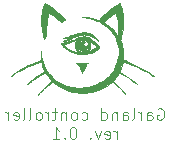
<source format=gbo>
G04 #@! TF.GenerationSoftware,KiCad,Pcbnew,8.0.3-8.0.3-0~ubuntu22.04.1*
G04 #@! TF.CreationDate,2025-02-10T22:12:33+01:00*
G04 #@! TF.ProjectId,garland_controller,6761726c-616e-4645-9f63-6f6e74726f6c,0.1*
G04 #@! TF.SameCoordinates,Original*
G04 #@! TF.FileFunction,Legend,Bot*
G04 #@! TF.FilePolarity,Positive*
%FSLAX46Y46*%
G04 Gerber Fmt 4.6, Leading zero omitted, Abs format (unit mm)*
G04 Created by KiCad (PCBNEW 8.0.3-8.0.3-0~ubuntu22.04.1) date 2025-02-10 22:12:33*
%MOMM*%
%LPD*%
G01*
G04 APERTURE LIST*
%ADD10C,0.100000*%
%ADD11C,0.010000*%
%ADD12R,1.700000X1.700000*%
%ADD13O,1.700000X1.700000*%
%ADD14C,2.100000*%
%ADD15C,0.650000*%
%ADD16O,2.100000X1.000000*%
%ADD17O,1.800000X1.000000*%
G04 APERTURE END LIST*
D10*
X131142859Y-69310094D02*
X131238097Y-69262475D01*
X131238097Y-69262475D02*
X131380954Y-69262475D01*
X131380954Y-69262475D02*
X131523811Y-69310094D01*
X131523811Y-69310094D02*
X131619049Y-69405332D01*
X131619049Y-69405332D02*
X131666668Y-69500570D01*
X131666668Y-69500570D02*
X131714287Y-69691046D01*
X131714287Y-69691046D02*
X131714287Y-69833903D01*
X131714287Y-69833903D02*
X131666668Y-70024379D01*
X131666668Y-70024379D02*
X131619049Y-70119617D01*
X131619049Y-70119617D02*
X131523811Y-70214856D01*
X131523811Y-70214856D02*
X131380954Y-70262475D01*
X131380954Y-70262475D02*
X131285716Y-70262475D01*
X131285716Y-70262475D02*
X131142859Y-70214856D01*
X131142859Y-70214856D02*
X131095240Y-70167236D01*
X131095240Y-70167236D02*
X131095240Y-69833903D01*
X131095240Y-69833903D02*
X131285716Y-69833903D01*
X130238097Y-70262475D02*
X130238097Y-69738665D01*
X130238097Y-69738665D02*
X130285716Y-69643427D01*
X130285716Y-69643427D02*
X130380954Y-69595808D01*
X130380954Y-69595808D02*
X130571430Y-69595808D01*
X130571430Y-69595808D02*
X130666668Y-69643427D01*
X130238097Y-70214856D02*
X130333335Y-70262475D01*
X130333335Y-70262475D02*
X130571430Y-70262475D01*
X130571430Y-70262475D02*
X130666668Y-70214856D01*
X130666668Y-70214856D02*
X130714287Y-70119617D01*
X130714287Y-70119617D02*
X130714287Y-70024379D01*
X130714287Y-70024379D02*
X130666668Y-69929141D01*
X130666668Y-69929141D02*
X130571430Y-69881522D01*
X130571430Y-69881522D02*
X130333335Y-69881522D01*
X130333335Y-69881522D02*
X130238097Y-69833903D01*
X129761906Y-70262475D02*
X129761906Y-69595808D01*
X129761906Y-69786284D02*
X129714287Y-69691046D01*
X129714287Y-69691046D02*
X129666668Y-69643427D01*
X129666668Y-69643427D02*
X129571430Y-69595808D01*
X129571430Y-69595808D02*
X129476192Y-69595808D01*
X129000001Y-70262475D02*
X129095239Y-70214856D01*
X129095239Y-70214856D02*
X129142858Y-70119617D01*
X129142858Y-70119617D02*
X129142858Y-69262475D01*
X128190477Y-70262475D02*
X128190477Y-69738665D01*
X128190477Y-69738665D02*
X128238096Y-69643427D01*
X128238096Y-69643427D02*
X128333334Y-69595808D01*
X128333334Y-69595808D02*
X128523810Y-69595808D01*
X128523810Y-69595808D02*
X128619048Y-69643427D01*
X128190477Y-70214856D02*
X128285715Y-70262475D01*
X128285715Y-70262475D02*
X128523810Y-70262475D01*
X128523810Y-70262475D02*
X128619048Y-70214856D01*
X128619048Y-70214856D02*
X128666667Y-70119617D01*
X128666667Y-70119617D02*
X128666667Y-70024379D01*
X128666667Y-70024379D02*
X128619048Y-69929141D01*
X128619048Y-69929141D02*
X128523810Y-69881522D01*
X128523810Y-69881522D02*
X128285715Y-69881522D01*
X128285715Y-69881522D02*
X128190477Y-69833903D01*
X127714286Y-69595808D02*
X127714286Y-70262475D01*
X127714286Y-69691046D02*
X127666667Y-69643427D01*
X127666667Y-69643427D02*
X127571429Y-69595808D01*
X127571429Y-69595808D02*
X127428572Y-69595808D01*
X127428572Y-69595808D02*
X127333334Y-69643427D01*
X127333334Y-69643427D02*
X127285715Y-69738665D01*
X127285715Y-69738665D02*
X127285715Y-70262475D01*
X126380953Y-70262475D02*
X126380953Y-69262475D01*
X126380953Y-70214856D02*
X126476191Y-70262475D01*
X126476191Y-70262475D02*
X126666667Y-70262475D01*
X126666667Y-70262475D02*
X126761905Y-70214856D01*
X126761905Y-70214856D02*
X126809524Y-70167236D01*
X126809524Y-70167236D02*
X126857143Y-70071998D01*
X126857143Y-70071998D02*
X126857143Y-69786284D01*
X126857143Y-69786284D02*
X126809524Y-69691046D01*
X126809524Y-69691046D02*
X126761905Y-69643427D01*
X126761905Y-69643427D02*
X126666667Y-69595808D01*
X126666667Y-69595808D02*
X126476191Y-69595808D01*
X126476191Y-69595808D02*
X126380953Y-69643427D01*
X124714286Y-70214856D02*
X124809524Y-70262475D01*
X124809524Y-70262475D02*
X125000000Y-70262475D01*
X125000000Y-70262475D02*
X125095238Y-70214856D01*
X125095238Y-70214856D02*
X125142857Y-70167236D01*
X125142857Y-70167236D02*
X125190476Y-70071998D01*
X125190476Y-70071998D02*
X125190476Y-69786284D01*
X125190476Y-69786284D02*
X125142857Y-69691046D01*
X125142857Y-69691046D02*
X125095238Y-69643427D01*
X125095238Y-69643427D02*
X125000000Y-69595808D01*
X125000000Y-69595808D02*
X124809524Y-69595808D01*
X124809524Y-69595808D02*
X124714286Y-69643427D01*
X124142857Y-70262475D02*
X124238095Y-70214856D01*
X124238095Y-70214856D02*
X124285714Y-70167236D01*
X124285714Y-70167236D02*
X124333333Y-70071998D01*
X124333333Y-70071998D02*
X124333333Y-69786284D01*
X124333333Y-69786284D02*
X124285714Y-69691046D01*
X124285714Y-69691046D02*
X124238095Y-69643427D01*
X124238095Y-69643427D02*
X124142857Y-69595808D01*
X124142857Y-69595808D02*
X124000000Y-69595808D01*
X124000000Y-69595808D02*
X123904762Y-69643427D01*
X123904762Y-69643427D02*
X123857143Y-69691046D01*
X123857143Y-69691046D02*
X123809524Y-69786284D01*
X123809524Y-69786284D02*
X123809524Y-70071998D01*
X123809524Y-70071998D02*
X123857143Y-70167236D01*
X123857143Y-70167236D02*
X123904762Y-70214856D01*
X123904762Y-70214856D02*
X124000000Y-70262475D01*
X124000000Y-70262475D02*
X124142857Y-70262475D01*
X123380952Y-69595808D02*
X123380952Y-70262475D01*
X123380952Y-69691046D02*
X123333333Y-69643427D01*
X123333333Y-69643427D02*
X123238095Y-69595808D01*
X123238095Y-69595808D02*
X123095238Y-69595808D01*
X123095238Y-69595808D02*
X123000000Y-69643427D01*
X123000000Y-69643427D02*
X122952381Y-69738665D01*
X122952381Y-69738665D02*
X122952381Y-70262475D01*
X122619047Y-69595808D02*
X122238095Y-69595808D01*
X122476190Y-69262475D02*
X122476190Y-70119617D01*
X122476190Y-70119617D02*
X122428571Y-70214856D01*
X122428571Y-70214856D02*
X122333333Y-70262475D01*
X122333333Y-70262475D02*
X122238095Y-70262475D01*
X121904761Y-70262475D02*
X121904761Y-69595808D01*
X121904761Y-69786284D02*
X121857142Y-69691046D01*
X121857142Y-69691046D02*
X121809523Y-69643427D01*
X121809523Y-69643427D02*
X121714285Y-69595808D01*
X121714285Y-69595808D02*
X121619047Y-69595808D01*
X121142856Y-70262475D02*
X121238094Y-70214856D01*
X121238094Y-70214856D02*
X121285713Y-70167236D01*
X121285713Y-70167236D02*
X121333332Y-70071998D01*
X121333332Y-70071998D02*
X121333332Y-69786284D01*
X121333332Y-69786284D02*
X121285713Y-69691046D01*
X121285713Y-69691046D02*
X121238094Y-69643427D01*
X121238094Y-69643427D02*
X121142856Y-69595808D01*
X121142856Y-69595808D02*
X120999999Y-69595808D01*
X120999999Y-69595808D02*
X120904761Y-69643427D01*
X120904761Y-69643427D02*
X120857142Y-69691046D01*
X120857142Y-69691046D02*
X120809523Y-69786284D01*
X120809523Y-69786284D02*
X120809523Y-70071998D01*
X120809523Y-70071998D02*
X120857142Y-70167236D01*
X120857142Y-70167236D02*
X120904761Y-70214856D01*
X120904761Y-70214856D02*
X120999999Y-70262475D01*
X120999999Y-70262475D02*
X121142856Y-70262475D01*
X120238094Y-70262475D02*
X120333332Y-70214856D01*
X120333332Y-70214856D02*
X120380951Y-70119617D01*
X120380951Y-70119617D02*
X120380951Y-69262475D01*
X119714284Y-70262475D02*
X119809522Y-70214856D01*
X119809522Y-70214856D02*
X119857141Y-70119617D01*
X119857141Y-70119617D02*
X119857141Y-69262475D01*
X118952379Y-70214856D02*
X119047617Y-70262475D01*
X119047617Y-70262475D02*
X119238093Y-70262475D01*
X119238093Y-70262475D02*
X119333331Y-70214856D01*
X119333331Y-70214856D02*
X119380950Y-70119617D01*
X119380950Y-70119617D02*
X119380950Y-69738665D01*
X119380950Y-69738665D02*
X119333331Y-69643427D01*
X119333331Y-69643427D02*
X119238093Y-69595808D01*
X119238093Y-69595808D02*
X119047617Y-69595808D01*
X119047617Y-69595808D02*
X118952379Y-69643427D01*
X118952379Y-69643427D02*
X118904760Y-69738665D01*
X118904760Y-69738665D02*
X118904760Y-69833903D01*
X118904760Y-69833903D02*
X119380950Y-69929141D01*
X118476188Y-70262475D02*
X118476188Y-69595808D01*
X118476188Y-69786284D02*
X118428569Y-69691046D01*
X118428569Y-69691046D02*
X118380950Y-69643427D01*
X118380950Y-69643427D02*
X118285712Y-69595808D01*
X118285712Y-69595808D02*
X118190474Y-69595808D01*
X127690475Y-71872419D02*
X127690475Y-71205752D01*
X127690475Y-71396228D02*
X127642856Y-71300990D01*
X127642856Y-71300990D02*
X127595237Y-71253371D01*
X127595237Y-71253371D02*
X127499999Y-71205752D01*
X127499999Y-71205752D02*
X127404761Y-71205752D01*
X126690475Y-71824800D02*
X126785713Y-71872419D01*
X126785713Y-71872419D02*
X126976189Y-71872419D01*
X126976189Y-71872419D02*
X127071427Y-71824800D01*
X127071427Y-71824800D02*
X127119046Y-71729561D01*
X127119046Y-71729561D02*
X127119046Y-71348609D01*
X127119046Y-71348609D02*
X127071427Y-71253371D01*
X127071427Y-71253371D02*
X126976189Y-71205752D01*
X126976189Y-71205752D02*
X126785713Y-71205752D01*
X126785713Y-71205752D02*
X126690475Y-71253371D01*
X126690475Y-71253371D02*
X126642856Y-71348609D01*
X126642856Y-71348609D02*
X126642856Y-71443847D01*
X126642856Y-71443847D02*
X127119046Y-71539085D01*
X126309522Y-71205752D02*
X126071427Y-71872419D01*
X126071427Y-71872419D02*
X125833332Y-71205752D01*
X125452379Y-71777180D02*
X125404760Y-71824800D01*
X125404760Y-71824800D02*
X125452379Y-71872419D01*
X125452379Y-71872419D02*
X125499998Y-71824800D01*
X125499998Y-71824800D02*
X125452379Y-71777180D01*
X125452379Y-71777180D02*
X125452379Y-71872419D01*
X124023808Y-70872419D02*
X123928570Y-70872419D01*
X123928570Y-70872419D02*
X123833332Y-70920038D01*
X123833332Y-70920038D02*
X123785713Y-70967657D01*
X123785713Y-70967657D02*
X123738094Y-71062895D01*
X123738094Y-71062895D02*
X123690475Y-71253371D01*
X123690475Y-71253371D02*
X123690475Y-71491466D01*
X123690475Y-71491466D02*
X123738094Y-71681942D01*
X123738094Y-71681942D02*
X123785713Y-71777180D01*
X123785713Y-71777180D02*
X123833332Y-71824800D01*
X123833332Y-71824800D02*
X123928570Y-71872419D01*
X123928570Y-71872419D02*
X124023808Y-71872419D01*
X124023808Y-71872419D02*
X124119046Y-71824800D01*
X124119046Y-71824800D02*
X124166665Y-71777180D01*
X124166665Y-71777180D02*
X124214284Y-71681942D01*
X124214284Y-71681942D02*
X124261903Y-71491466D01*
X124261903Y-71491466D02*
X124261903Y-71253371D01*
X124261903Y-71253371D02*
X124214284Y-71062895D01*
X124214284Y-71062895D02*
X124166665Y-70967657D01*
X124166665Y-70967657D02*
X124119046Y-70920038D01*
X124119046Y-70920038D02*
X124023808Y-70872419D01*
X123261903Y-71777180D02*
X123214284Y-71824800D01*
X123214284Y-71824800D02*
X123261903Y-71872419D01*
X123261903Y-71872419D02*
X123309522Y-71824800D01*
X123309522Y-71824800D02*
X123261903Y-71777180D01*
X123261903Y-71777180D02*
X123261903Y-71872419D01*
X122261904Y-71872419D02*
X122833332Y-71872419D01*
X122547618Y-71872419D02*
X122547618Y-70872419D01*
X122547618Y-70872419D02*
X122642856Y-71015276D01*
X122642856Y-71015276D02*
X122738094Y-71110514D01*
X122738094Y-71110514D02*
X122833332Y-71158133D01*
D11*
X124752452Y-65406366D02*
X124841869Y-65406494D01*
X124956880Y-65406772D01*
X125049983Y-65407231D01*
X125123276Y-65407965D01*
X125178860Y-65409064D01*
X125218832Y-65410620D01*
X125245293Y-65412726D01*
X125260341Y-65415473D01*
X125266076Y-65418953D01*
X125264596Y-65423258D01*
X125258000Y-65428480D01*
X125203434Y-65470488D01*
X125119240Y-65555436D01*
X125038282Y-65661123D01*
X124962246Y-65784704D01*
X124892817Y-65923336D01*
X124831679Y-66074174D01*
X124780519Y-66234375D01*
X124779643Y-66237503D01*
X124766941Y-66279235D01*
X124756071Y-66308844D01*
X124749303Y-66320100D01*
X124743479Y-66312107D01*
X124732347Y-66285641D01*
X124719241Y-66247075D01*
X124706770Y-66209200D01*
X124677027Y-66128045D01*
X124641175Y-66038281D01*
X124602657Y-65948115D01*
X124564918Y-65865752D01*
X124531400Y-65799400D01*
X124466228Y-65689083D01*
X124381719Y-65572508D01*
X124291668Y-65476539D01*
X124215153Y-65405700D01*
X124752452Y-65406366D01*
G36*
X124752452Y-65406366D02*
G01*
X124841869Y-65406494D01*
X124956880Y-65406772D01*
X125049983Y-65407231D01*
X125123276Y-65407965D01*
X125178860Y-65409064D01*
X125218832Y-65410620D01*
X125245293Y-65412726D01*
X125260341Y-65415473D01*
X125266076Y-65418953D01*
X125264596Y-65423258D01*
X125258000Y-65428480D01*
X125203434Y-65470488D01*
X125119240Y-65555436D01*
X125038282Y-65661123D01*
X124962246Y-65784704D01*
X124892817Y-65923336D01*
X124831679Y-66074174D01*
X124780519Y-66234375D01*
X124779643Y-66237503D01*
X124766941Y-66279235D01*
X124756071Y-66308844D01*
X124749303Y-66320100D01*
X124743479Y-66312107D01*
X124732347Y-66285641D01*
X124719241Y-66247075D01*
X124706770Y-66209200D01*
X124677027Y-66128045D01*
X124641175Y-66038281D01*
X124602657Y-65948115D01*
X124564918Y-65865752D01*
X124531400Y-65799400D01*
X124466228Y-65689083D01*
X124381719Y-65572508D01*
X124291668Y-65476539D01*
X124215153Y-65405700D01*
X124752452Y-65406366D01*
G37*
X124854654Y-63609889D02*
X124897644Y-63614403D01*
X124931836Y-63624000D01*
X124965900Y-63640335D01*
X124993506Y-63655805D01*
X125009645Y-63667136D01*
X125007286Y-63672695D01*
X124988616Y-63675904D01*
X124965304Y-63682395D01*
X124923679Y-63709820D01*
X124887677Y-63751889D01*
X124863856Y-63801976D01*
X124861345Y-63810585D01*
X124855015Y-63843495D01*
X124859133Y-63872107D01*
X124875056Y-63909432D01*
X124910990Y-63961960D01*
X124959812Y-63996654D01*
X125017161Y-64008700D01*
X125052072Y-64003098D01*
X125094835Y-63985024D01*
X125130596Y-63959529D01*
X125150251Y-63931869D01*
X125157258Y-63917588D01*
X125171549Y-63907100D01*
X125171972Y-63907118D01*
X125180151Y-63919355D01*
X125183277Y-63950264D01*
X125181946Y-63993982D01*
X125176750Y-64044647D01*
X125168284Y-64096396D01*
X125157143Y-64143366D01*
X125143920Y-64179695D01*
X125113797Y-64231420D01*
X125052245Y-64302522D01*
X124977910Y-64357304D01*
X124896050Y-64391275D01*
X124841299Y-64398364D01*
X124772830Y-64395845D01*
X124704096Y-64384384D01*
X124646580Y-64365183D01*
X124583057Y-64326295D01*
X124514434Y-64260725D01*
X124460249Y-64180150D01*
X124456472Y-64172825D01*
X124441200Y-64138395D01*
X124432264Y-64104189D01*
X124428071Y-64061683D01*
X124427027Y-64002350D01*
X124427065Y-63987727D01*
X124428639Y-63932838D01*
X124433706Y-63892850D01*
X124443890Y-63859165D01*
X124460810Y-63823185D01*
X124480222Y-63787875D01*
X124520760Y-63728912D01*
X124566795Y-63684116D01*
X124625125Y-63646165D01*
X124635500Y-63640497D01*
X124670760Y-63623644D01*
X124703973Y-63614040D01*
X124744274Y-63609740D01*
X124800800Y-63608802D01*
X124854654Y-63609889D01*
G36*
X124854654Y-63609889D02*
G01*
X124897644Y-63614403D01*
X124931836Y-63624000D01*
X124965900Y-63640335D01*
X124993506Y-63655805D01*
X125009645Y-63667136D01*
X125007286Y-63672695D01*
X124988616Y-63675904D01*
X124965304Y-63682395D01*
X124923679Y-63709820D01*
X124887677Y-63751889D01*
X124863856Y-63801976D01*
X124861345Y-63810585D01*
X124855015Y-63843495D01*
X124859133Y-63872107D01*
X124875056Y-63909432D01*
X124910990Y-63961960D01*
X124959812Y-63996654D01*
X125017161Y-64008700D01*
X125052072Y-64003098D01*
X125094835Y-63985024D01*
X125130596Y-63959529D01*
X125150251Y-63931869D01*
X125157258Y-63917588D01*
X125171549Y-63907100D01*
X125171972Y-63907118D01*
X125180151Y-63919355D01*
X125183277Y-63950264D01*
X125181946Y-63993982D01*
X125176750Y-64044647D01*
X125168284Y-64096396D01*
X125157143Y-64143366D01*
X125143920Y-64179695D01*
X125113797Y-64231420D01*
X125052245Y-64302522D01*
X124977910Y-64357304D01*
X124896050Y-64391275D01*
X124841299Y-64398364D01*
X124772830Y-64395845D01*
X124704096Y-64384384D01*
X124646580Y-64365183D01*
X124583057Y-64326295D01*
X124514434Y-64260725D01*
X124460249Y-64180150D01*
X124456472Y-64172825D01*
X124441200Y-64138395D01*
X124432264Y-64104189D01*
X124428071Y-64061683D01*
X124427027Y-64002350D01*
X124427065Y-63987727D01*
X124428639Y-63932838D01*
X124433706Y-63892850D01*
X124443890Y-63859165D01*
X124460810Y-63823185D01*
X124480222Y-63787875D01*
X124520760Y-63728912D01*
X124566795Y-63684116D01*
X124625125Y-63646165D01*
X124635500Y-63640497D01*
X124670760Y-63623644D01*
X124703973Y-63614040D01*
X124744274Y-63609740D01*
X124800800Y-63608802D01*
X124854654Y-63609889D01*
G37*
X124972933Y-62838370D02*
X125087880Y-62844530D01*
X125189338Y-62859216D01*
X125285610Y-62883932D01*
X125385000Y-62920179D01*
X125393777Y-62923822D01*
X125536443Y-62995487D01*
X125679471Y-63089989D01*
X125820140Y-63205114D01*
X125955724Y-63338644D01*
X126083500Y-63488365D01*
X126127950Y-63545146D01*
X126058100Y-63495120D01*
X125929590Y-63404270D01*
X125814180Y-63325680D01*
X125712335Y-63260270D01*
X125621050Y-63206470D01*
X125537321Y-63162714D01*
X125458143Y-63127435D01*
X125380510Y-63099063D01*
X125301419Y-63076033D01*
X125217864Y-63056776D01*
X125210773Y-63055329D01*
X125076620Y-63034003D01*
X124943548Y-63025111D01*
X124809040Y-63029196D01*
X124670579Y-63046805D01*
X124525647Y-63078480D01*
X124371726Y-63124767D01*
X124206298Y-63186210D01*
X124026846Y-63263354D01*
X123830852Y-63356743D01*
X123814147Y-63365012D01*
X123699492Y-63420775D01*
X123602499Y-63465737D01*
X123519242Y-63501399D01*
X123445796Y-63529268D01*
X123378232Y-63550845D01*
X123312626Y-63567637D01*
X123245050Y-63581146D01*
X123227735Y-63582639D01*
X123190959Y-63580604D01*
X123155744Y-63574197D01*
X123134001Y-63565135D01*
X123137323Y-63560368D01*
X123159601Y-63548721D01*
X123198115Y-63532888D01*
X123248301Y-63514877D01*
X123289093Y-63500481D01*
X123367040Y-63470132D01*
X123443462Y-63437164D01*
X123512700Y-63404194D01*
X123569098Y-63373845D01*
X123607000Y-63348735D01*
X123638750Y-63323096D01*
X123594300Y-63332523D01*
X123586110Y-63333855D01*
X123549498Y-63337043D01*
X123495591Y-63339612D01*
X123430254Y-63341326D01*
X123359350Y-63341950D01*
X123351737Y-63341946D01*
X123275019Y-63341307D01*
X123218937Y-63339285D01*
X123179118Y-63335477D01*
X123151188Y-63329480D01*
X123130771Y-63320892D01*
X123092691Y-63299834D01*
X123143471Y-63291091D01*
X123187854Y-63282922D01*
X123288887Y-63261003D01*
X123403720Y-63231892D01*
X123534267Y-63195037D01*
X123682442Y-63149886D01*
X123850157Y-63095887D01*
X124039327Y-63032486D01*
X124061166Y-63025068D01*
X124212895Y-62974854D01*
X124345287Y-62933838D01*
X124461858Y-62901255D01*
X124566123Y-62876335D01*
X124661598Y-62858313D01*
X124751797Y-62846420D01*
X124840236Y-62839889D01*
X124930430Y-62837952D01*
X124972933Y-62838370D01*
G36*
X124972933Y-62838370D02*
G01*
X125087880Y-62844530D01*
X125189338Y-62859216D01*
X125285610Y-62883932D01*
X125385000Y-62920179D01*
X125393777Y-62923822D01*
X125536443Y-62995487D01*
X125679471Y-63089989D01*
X125820140Y-63205114D01*
X125955724Y-63338644D01*
X126083500Y-63488365D01*
X126127950Y-63545146D01*
X126058100Y-63495120D01*
X125929590Y-63404270D01*
X125814180Y-63325680D01*
X125712335Y-63260270D01*
X125621050Y-63206470D01*
X125537321Y-63162714D01*
X125458143Y-63127435D01*
X125380510Y-63099063D01*
X125301419Y-63076033D01*
X125217864Y-63056776D01*
X125210773Y-63055329D01*
X125076620Y-63034003D01*
X124943548Y-63025111D01*
X124809040Y-63029196D01*
X124670579Y-63046805D01*
X124525647Y-63078480D01*
X124371726Y-63124767D01*
X124206298Y-63186210D01*
X124026846Y-63263354D01*
X123830852Y-63356743D01*
X123814147Y-63365012D01*
X123699492Y-63420775D01*
X123602499Y-63465737D01*
X123519242Y-63501399D01*
X123445796Y-63529268D01*
X123378232Y-63550845D01*
X123312626Y-63567637D01*
X123245050Y-63581146D01*
X123227735Y-63582639D01*
X123190959Y-63580604D01*
X123155744Y-63574197D01*
X123134001Y-63565135D01*
X123137323Y-63560368D01*
X123159601Y-63548721D01*
X123198115Y-63532888D01*
X123248301Y-63514877D01*
X123289093Y-63500481D01*
X123367040Y-63470132D01*
X123443462Y-63437164D01*
X123512700Y-63404194D01*
X123569098Y-63373845D01*
X123607000Y-63348735D01*
X123638750Y-63323096D01*
X123594300Y-63332523D01*
X123586110Y-63333855D01*
X123549498Y-63337043D01*
X123495591Y-63339612D01*
X123430254Y-63341326D01*
X123359350Y-63341950D01*
X123351737Y-63341946D01*
X123275019Y-63341307D01*
X123218937Y-63339285D01*
X123179118Y-63335477D01*
X123151188Y-63329480D01*
X123130771Y-63320892D01*
X123092691Y-63299834D01*
X123143471Y-63291091D01*
X123187854Y-63282922D01*
X123288887Y-63261003D01*
X123403720Y-63231892D01*
X123534267Y-63195037D01*
X123682442Y-63149886D01*
X123850157Y-63095887D01*
X124039327Y-63032486D01*
X124061166Y-63025068D01*
X124212895Y-62974854D01*
X124345287Y-62933838D01*
X124461858Y-62901255D01*
X124566123Y-62876335D01*
X124661598Y-62858313D01*
X124751797Y-62846420D01*
X124840236Y-62839889D01*
X124930430Y-62837952D01*
X124972933Y-62838370D01*
G37*
X121594866Y-60389315D02*
X121618750Y-60396858D01*
X121659701Y-60414619D01*
X121713385Y-60440400D01*
X121775466Y-60472000D01*
X121841611Y-60507221D01*
X121907484Y-60543864D01*
X121968750Y-60579730D01*
X122091237Y-60656633D01*
X122279777Y-60787274D01*
X122466239Y-60932181D01*
X122654512Y-61094440D01*
X122848487Y-61277133D01*
X122896993Y-61325025D01*
X122968325Y-61396805D01*
X123038499Y-61468855D01*
X123105103Y-61538585D01*
X123165721Y-61603405D01*
X123217940Y-61660722D01*
X123259345Y-61707948D01*
X123287522Y-61742490D01*
X123300058Y-61761758D01*
X123295006Y-61772473D01*
X123273633Y-61784990D01*
X123272828Y-61785299D01*
X123248490Y-61795370D01*
X123206926Y-61813237D01*
X123153750Y-61836466D01*
X123094576Y-61862623D01*
X122946150Y-61928610D01*
X122854300Y-61847293D01*
X122824467Y-61821202D01*
X122748400Y-61756970D01*
X122665018Y-61689255D01*
X122576585Y-61619669D01*
X122485362Y-61549825D01*
X122393612Y-61481335D01*
X122303598Y-61415812D01*
X122217581Y-61354869D01*
X122137823Y-61300117D01*
X122066588Y-61253171D01*
X122006138Y-61215642D01*
X121958734Y-61189143D01*
X121926639Y-61175287D01*
X121912115Y-61175686D01*
X121911346Y-61177111D01*
X121903637Y-61200376D01*
X121892462Y-61243956D01*
X121878657Y-61303740D01*
X121863061Y-61375618D01*
X121846509Y-61455478D01*
X121829840Y-61539211D01*
X121813890Y-61622705D01*
X121799497Y-61701850D01*
X121787498Y-61772535D01*
X121778729Y-61830650D01*
X121771697Y-61883219D01*
X121758642Y-61988417D01*
X121748065Y-62087512D01*
X121739598Y-62185754D01*
X121732872Y-62288393D01*
X121727519Y-62400681D01*
X121723170Y-62527866D01*
X121719457Y-62675200D01*
X121711457Y-63037150D01*
X121669878Y-63107000D01*
X121667107Y-63111690D01*
X121639833Y-63160159D01*
X121608665Y-63218556D01*
X121579815Y-63275275D01*
X121570431Y-63294010D01*
X121548766Y-63334783D01*
X121531898Y-63363096D01*
X121522862Y-63373700D01*
X121521472Y-63372550D01*
X121513362Y-63354143D01*
X121500661Y-63316452D01*
X121484552Y-63263578D01*
X121466222Y-63199620D01*
X121446855Y-63128677D01*
X121427635Y-63054851D01*
X121409747Y-62982239D01*
X121361746Y-62758265D01*
X121313938Y-62457548D01*
X121285352Y-62159673D01*
X121275901Y-61866704D01*
X121285497Y-61580704D01*
X121314054Y-61303736D01*
X121361484Y-61037864D01*
X121427701Y-60785150D01*
X121512616Y-60547658D01*
X121518979Y-60532358D01*
X121543654Y-60476221D01*
X121565714Y-60430762D01*
X121582957Y-60400312D01*
X121593181Y-60389200D01*
X121594866Y-60389315D01*
G36*
X121594866Y-60389315D02*
G01*
X121618750Y-60396858D01*
X121659701Y-60414619D01*
X121713385Y-60440400D01*
X121775466Y-60472000D01*
X121841611Y-60507221D01*
X121907484Y-60543864D01*
X121968750Y-60579730D01*
X122091237Y-60656633D01*
X122279777Y-60787274D01*
X122466239Y-60932181D01*
X122654512Y-61094440D01*
X122848487Y-61277133D01*
X122896993Y-61325025D01*
X122968325Y-61396805D01*
X123038499Y-61468855D01*
X123105103Y-61538585D01*
X123165721Y-61603405D01*
X123217940Y-61660722D01*
X123259345Y-61707948D01*
X123287522Y-61742490D01*
X123300058Y-61761758D01*
X123295006Y-61772473D01*
X123273633Y-61784990D01*
X123272828Y-61785299D01*
X123248490Y-61795370D01*
X123206926Y-61813237D01*
X123153750Y-61836466D01*
X123094576Y-61862623D01*
X122946150Y-61928610D01*
X122854300Y-61847293D01*
X122824467Y-61821202D01*
X122748400Y-61756970D01*
X122665018Y-61689255D01*
X122576585Y-61619669D01*
X122485362Y-61549825D01*
X122393612Y-61481335D01*
X122303598Y-61415812D01*
X122217581Y-61354869D01*
X122137823Y-61300117D01*
X122066588Y-61253171D01*
X122006138Y-61215642D01*
X121958734Y-61189143D01*
X121926639Y-61175287D01*
X121912115Y-61175686D01*
X121911346Y-61177111D01*
X121903637Y-61200376D01*
X121892462Y-61243956D01*
X121878657Y-61303740D01*
X121863061Y-61375618D01*
X121846509Y-61455478D01*
X121829840Y-61539211D01*
X121813890Y-61622705D01*
X121799497Y-61701850D01*
X121787498Y-61772535D01*
X121778729Y-61830650D01*
X121771697Y-61883219D01*
X121758642Y-61988417D01*
X121748065Y-62087512D01*
X121739598Y-62185754D01*
X121732872Y-62288393D01*
X121727519Y-62400681D01*
X121723170Y-62527866D01*
X121719457Y-62675200D01*
X121711457Y-63037150D01*
X121669878Y-63107000D01*
X121667107Y-63111690D01*
X121639833Y-63160159D01*
X121608665Y-63218556D01*
X121579815Y-63275275D01*
X121570431Y-63294010D01*
X121548766Y-63334783D01*
X121531898Y-63363096D01*
X121522862Y-63373700D01*
X121521472Y-63372550D01*
X121513362Y-63354143D01*
X121500661Y-63316452D01*
X121484552Y-63263578D01*
X121466222Y-63199620D01*
X121446855Y-63128677D01*
X121427635Y-63054851D01*
X121409747Y-62982239D01*
X121361746Y-62758265D01*
X121313938Y-62457548D01*
X121285352Y-62159673D01*
X121275901Y-61866704D01*
X121285497Y-61580704D01*
X121314054Y-61303736D01*
X121361484Y-61037864D01*
X121427701Y-60785150D01*
X121512616Y-60547658D01*
X121518979Y-60532358D01*
X121543654Y-60476221D01*
X121565714Y-60430762D01*
X121582957Y-60400312D01*
X121593181Y-60389200D01*
X121594866Y-60389315D01*
G37*
X126197800Y-64058606D02*
X126193478Y-64068630D01*
X126176245Y-64094788D01*
X126149847Y-64130406D01*
X126118587Y-64169925D01*
X126086768Y-64207780D01*
X126058694Y-64238411D01*
X125945049Y-64338648D01*
X125806059Y-64432226D01*
X125649693Y-64512685D01*
X125549490Y-64551424D01*
X125478877Y-64578724D01*
X125296537Y-64629040D01*
X125105600Y-64662332D01*
X124876946Y-64680027D01*
X124633035Y-64675807D01*
X124390101Y-64648581D01*
X124151544Y-64598901D01*
X123920766Y-64527318D01*
X123701168Y-64434384D01*
X123603377Y-64384142D01*
X123452865Y-64293167D01*
X123316344Y-64191038D01*
X123186762Y-64072798D01*
X123174221Y-64060189D01*
X123122214Y-64005585D01*
X123071805Y-63949346D01*
X123025656Y-63894802D01*
X122997921Y-63859790D01*
X123160754Y-63859790D01*
X123209252Y-63910369D01*
X123252670Y-63954380D01*
X123412741Y-64097598D01*
X123584838Y-64224551D01*
X123765784Y-64333471D01*
X123952404Y-64422590D01*
X124141523Y-64490138D01*
X124329963Y-64534349D01*
X124384754Y-64543520D01*
X124434738Y-64551010D01*
X124464275Y-64553660D01*
X124475895Y-64551424D01*
X124472130Y-64544257D01*
X124455508Y-64532115D01*
X124422743Y-64508056D01*
X124361128Y-64452466D01*
X124301670Y-64387411D01*
X124252664Y-64321508D01*
X124232355Y-64287833D01*
X124182019Y-64174350D01*
X124152710Y-64053524D01*
X124151890Y-64041628D01*
X124318577Y-64041628D01*
X124335768Y-64145075D01*
X124372523Y-64241235D01*
X124427699Y-64327306D01*
X124500156Y-64400488D01*
X124588751Y-64457983D01*
X124692344Y-64496989D01*
X124727029Y-64504989D01*
X124773098Y-64512804D01*
X124806644Y-64515239D01*
X124823615Y-64514295D01*
X124927970Y-64494737D01*
X125023484Y-64453853D01*
X125025295Y-64452579D01*
X125259548Y-64452579D01*
X125263092Y-64451979D01*
X125295242Y-64441932D01*
X125344103Y-64422271D01*
X125404964Y-64395257D01*
X125473119Y-64363155D01*
X125543859Y-64328226D01*
X125612476Y-64292734D01*
X125674260Y-64258943D01*
X125724505Y-64229113D01*
X125766942Y-64201553D01*
X125819444Y-64165841D01*
X125871353Y-64129119D01*
X125918564Y-64094413D01*
X125956974Y-64064749D01*
X125982479Y-64043154D01*
X125990974Y-64032652D01*
X125990196Y-64031531D01*
X125975651Y-64018009D01*
X125945740Y-63992710D01*
X125904233Y-63958774D01*
X125854900Y-63919340D01*
X125843362Y-63910198D01*
X125794994Y-63871595D01*
X125754914Y-63839165D01*
X125727019Y-63816081D01*
X125715200Y-63805517D01*
X125706484Y-63797172D01*
X125680469Y-63775116D01*
X125641710Y-63743443D01*
X125594388Y-63705461D01*
X125542682Y-63664478D01*
X125490773Y-63623803D01*
X125442841Y-63586746D01*
X125403065Y-63556615D01*
X125375627Y-63536719D01*
X125318371Y-63497326D01*
X125363571Y-63578388D01*
X125384296Y-63616384D01*
X125414868Y-63679118D01*
X125435163Y-63735445D01*
X125447132Y-63793286D01*
X125452726Y-63860564D01*
X125453895Y-63945200D01*
X125453295Y-64000090D01*
X125452090Y-64029692D01*
X125450932Y-64058144D01*
X125446051Y-64102097D01*
X125437841Y-64138475D01*
X125425492Y-64173800D01*
X125425140Y-64174682D01*
X125386425Y-64258146D01*
X125338434Y-64341333D01*
X125288270Y-64411925D01*
X125279643Y-64422732D01*
X125263649Y-64444295D01*
X125259548Y-64452579D01*
X125025295Y-64452579D01*
X125107867Y-64394505D01*
X125178826Y-64319554D01*
X125234072Y-64231861D01*
X125271311Y-64134286D01*
X125288254Y-64029692D01*
X125282608Y-63920939D01*
X125255411Y-63817706D01*
X125208576Y-63722938D01*
X125145609Y-63642196D01*
X125069384Y-63577058D01*
X124982780Y-63529105D01*
X124888673Y-63499917D01*
X124789940Y-63491072D01*
X124689458Y-63504151D01*
X124590104Y-63540732D01*
X124583524Y-63544136D01*
X124526089Y-63581993D01*
X124468339Y-63632088D01*
X124418116Y-63686907D01*
X124383265Y-63738932D01*
X124347452Y-63824067D01*
X124322091Y-63933692D01*
X124318577Y-64041628D01*
X124151890Y-64041628D01*
X124144150Y-63929318D01*
X124156061Y-63805698D01*
X124188164Y-63686628D01*
X124240182Y-63576073D01*
X124311836Y-63477998D01*
X124340533Y-63445124D01*
X124361138Y-63419678D01*
X124369000Y-63407385D01*
X124368983Y-63407269D01*
X124357154Y-63409748D01*
X124325196Y-63422038D01*
X124275760Y-63442968D01*
X124211496Y-63471366D01*
X124135056Y-63506062D01*
X124049091Y-63545885D01*
X123956250Y-63589665D01*
X123924475Y-63604763D01*
X123839276Y-63644986D01*
X123771031Y-63676592D01*
X123715287Y-63701475D01*
X123667593Y-63721526D01*
X123623497Y-63738639D01*
X123578550Y-63754705D01*
X123528298Y-63771618D01*
X123498898Y-63780976D01*
X123423204Y-63802831D01*
X123345654Y-63822741D01*
X123279102Y-63837317D01*
X123160754Y-63859790D01*
X122997921Y-63859790D01*
X122986429Y-63845283D01*
X122956785Y-63804119D01*
X122939385Y-63774640D01*
X122936891Y-63760176D01*
X122937717Y-63759687D01*
X122955828Y-63754938D01*
X122993286Y-63747440D01*
X123045204Y-63738120D01*
X123106698Y-63727907D01*
X123159337Y-63719173D01*
X123276064Y-63697214D01*
X123388724Y-63671831D01*
X123501101Y-63641811D01*
X123616980Y-63605937D01*
X123740145Y-63562993D01*
X123874381Y-63511766D01*
X124023471Y-63451039D01*
X124191200Y-63379596D01*
X124258556Y-63350646D01*
X124359583Y-63308426D01*
X124444262Y-63275043D01*
X124516710Y-63249056D01*
X124581045Y-63229026D01*
X124641386Y-63213514D01*
X124701849Y-63201079D01*
X124708663Y-63199851D01*
X124841199Y-63185859D01*
X124972959Y-63191484D01*
X125105753Y-63217341D01*
X125241390Y-63264049D01*
X125381679Y-63332221D01*
X125528430Y-63422476D01*
X125683450Y-63535428D01*
X125683744Y-63535657D01*
X125766199Y-63602199D01*
X125847883Y-63672291D01*
X125926412Y-63743507D01*
X125999402Y-63813423D01*
X126064467Y-63879613D01*
X126119224Y-63939651D01*
X126161288Y-63991113D01*
X126188275Y-64031573D01*
X126188656Y-64032652D01*
X126197800Y-64058606D01*
G36*
X126197800Y-64058606D02*
G01*
X126193478Y-64068630D01*
X126176245Y-64094788D01*
X126149847Y-64130406D01*
X126118587Y-64169925D01*
X126086768Y-64207780D01*
X126058694Y-64238411D01*
X125945049Y-64338648D01*
X125806059Y-64432226D01*
X125649693Y-64512685D01*
X125549490Y-64551424D01*
X125478877Y-64578724D01*
X125296537Y-64629040D01*
X125105600Y-64662332D01*
X124876946Y-64680027D01*
X124633035Y-64675807D01*
X124390101Y-64648581D01*
X124151544Y-64598901D01*
X123920766Y-64527318D01*
X123701168Y-64434384D01*
X123603377Y-64384142D01*
X123452865Y-64293167D01*
X123316344Y-64191038D01*
X123186762Y-64072798D01*
X123174221Y-64060189D01*
X123122214Y-64005585D01*
X123071805Y-63949346D01*
X123025656Y-63894802D01*
X122997921Y-63859790D01*
X123160754Y-63859790D01*
X123209252Y-63910369D01*
X123252670Y-63954380D01*
X123412741Y-64097598D01*
X123584838Y-64224551D01*
X123765784Y-64333471D01*
X123952404Y-64422590D01*
X124141523Y-64490138D01*
X124329963Y-64534349D01*
X124384754Y-64543520D01*
X124434738Y-64551010D01*
X124464275Y-64553660D01*
X124475895Y-64551424D01*
X124472130Y-64544257D01*
X124455508Y-64532115D01*
X124422743Y-64508056D01*
X124361128Y-64452466D01*
X124301670Y-64387411D01*
X124252664Y-64321508D01*
X124232355Y-64287833D01*
X124182019Y-64174350D01*
X124152710Y-64053524D01*
X124151890Y-64041628D01*
X124318577Y-64041628D01*
X124335768Y-64145075D01*
X124372523Y-64241235D01*
X124427699Y-64327306D01*
X124500156Y-64400488D01*
X124588751Y-64457983D01*
X124692344Y-64496989D01*
X124727029Y-64504989D01*
X124773098Y-64512804D01*
X124806644Y-64515239D01*
X124823615Y-64514295D01*
X124927970Y-64494737D01*
X125023484Y-64453853D01*
X125025295Y-64452579D01*
X125259548Y-64452579D01*
X125263092Y-64451979D01*
X125295242Y-64441932D01*
X125344103Y-64422271D01*
X125404964Y-64395257D01*
X125473119Y-64363155D01*
X125543859Y-64328226D01*
X125612476Y-64292734D01*
X125674260Y-64258943D01*
X125724505Y-64229113D01*
X125766942Y-64201553D01*
X125819444Y-64165841D01*
X125871353Y-64129119D01*
X125918564Y-64094413D01*
X125956974Y-64064749D01*
X125982479Y-64043154D01*
X125990974Y-64032652D01*
X125990196Y-64031531D01*
X125975651Y-64018009D01*
X125945740Y-63992710D01*
X125904233Y-63958774D01*
X125854900Y-63919340D01*
X125843362Y-63910198D01*
X125794994Y-63871595D01*
X125754914Y-63839165D01*
X125727019Y-63816081D01*
X125715200Y-63805517D01*
X125706484Y-63797172D01*
X125680469Y-63775116D01*
X125641710Y-63743443D01*
X125594388Y-63705461D01*
X125542682Y-63664478D01*
X125490773Y-63623803D01*
X125442841Y-63586746D01*
X125403065Y-63556615D01*
X125375627Y-63536719D01*
X125318371Y-63497326D01*
X125363571Y-63578388D01*
X125384296Y-63616384D01*
X125414868Y-63679118D01*
X125435163Y-63735445D01*
X125447132Y-63793286D01*
X125452726Y-63860564D01*
X125453895Y-63945200D01*
X125453295Y-64000090D01*
X125452090Y-64029692D01*
X125450932Y-64058144D01*
X125446051Y-64102097D01*
X125437841Y-64138475D01*
X125425492Y-64173800D01*
X125425140Y-64174682D01*
X125386425Y-64258146D01*
X125338434Y-64341333D01*
X125288270Y-64411925D01*
X125279643Y-64422732D01*
X125263649Y-64444295D01*
X125259548Y-64452579D01*
X125025295Y-64452579D01*
X125107867Y-64394505D01*
X125178826Y-64319554D01*
X125234072Y-64231861D01*
X125271311Y-64134286D01*
X125288254Y-64029692D01*
X125282608Y-63920939D01*
X125255411Y-63817706D01*
X125208576Y-63722938D01*
X125145609Y-63642196D01*
X125069384Y-63577058D01*
X124982780Y-63529105D01*
X124888673Y-63499917D01*
X124789940Y-63491072D01*
X124689458Y-63504151D01*
X124590104Y-63540732D01*
X124583524Y-63544136D01*
X124526089Y-63581993D01*
X124468339Y-63632088D01*
X124418116Y-63686907D01*
X124383265Y-63738932D01*
X124347452Y-63824067D01*
X124322091Y-63933692D01*
X124318577Y-64041628D01*
X124151890Y-64041628D01*
X124144150Y-63929318D01*
X124156061Y-63805698D01*
X124188164Y-63686628D01*
X124240182Y-63576073D01*
X124311836Y-63477998D01*
X124340533Y-63445124D01*
X124361138Y-63419678D01*
X124369000Y-63407385D01*
X124368983Y-63407269D01*
X124357154Y-63409748D01*
X124325196Y-63422038D01*
X124275760Y-63442968D01*
X124211496Y-63471366D01*
X124135056Y-63506062D01*
X124049091Y-63545885D01*
X123956250Y-63589665D01*
X123924475Y-63604763D01*
X123839276Y-63644986D01*
X123771031Y-63676592D01*
X123715287Y-63701475D01*
X123667593Y-63721526D01*
X123623497Y-63738639D01*
X123578550Y-63754705D01*
X123528298Y-63771618D01*
X123498898Y-63780976D01*
X123423204Y-63802831D01*
X123345654Y-63822741D01*
X123279102Y-63837317D01*
X123160754Y-63859790D01*
X122997921Y-63859790D01*
X122986429Y-63845283D01*
X122956785Y-63804119D01*
X122939385Y-63774640D01*
X122936891Y-63760176D01*
X122937717Y-63759687D01*
X122955828Y-63754938D01*
X122993286Y-63747440D01*
X123045204Y-63738120D01*
X123106698Y-63727907D01*
X123159337Y-63719173D01*
X123276064Y-63697214D01*
X123388724Y-63671831D01*
X123501101Y-63641811D01*
X123616980Y-63605937D01*
X123740145Y-63562993D01*
X123874381Y-63511766D01*
X124023471Y-63451039D01*
X124191200Y-63379596D01*
X124258556Y-63350646D01*
X124359583Y-63308426D01*
X124444262Y-63275043D01*
X124516710Y-63249056D01*
X124581045Y-63229026D01*
X124641386Y-63213514D01*
X124701849Y-63201079D01*
X124708663Y-63199851D01*
X124841199Y-63185859D01*
X124972959Y-63191484D01*
X125105753Y-63217341D01*
X125241390Y-63264049D01*
X125381679Y-63332221D01*
X125528430Y-63422476D01*
X125683450Y-63535428D01*
X125683744Y-63535657D01*
X125766199Y-63602199D01*
X125847883Y-63672291D01*
X125926412Y-63743507D01*
X125999402Y-63813423D01*
X126064467Y-63879613D01*
X126119224Y-63939651D01*
X126161288Y-63991113D01*
X126188275Y-64031573D01*
X126188656Y-64032652D01*
X126197800Y-64058606D01*
G37*
X128082704Y-63091625D02*
X128012504Y-63334833D01*
X128002648Y-63366871D01*
X127989089Y-63417744D01*
X127980968Y-63457967D01*
X127979774Y-63480883D01*
X127984328Y-63495467D01*
X127997440Y-63531037D01*
X128016397Y-63579277D01*
X128038833Y-63634050D01*
X128106119Y-63814402D01*
X128165571Y-64014447D01*
X128213388Y-64222706D01*
X128214001Y-64225834D01*
X128224337Y-64280266D01*
X128232315Y-64328104D01*
X128238249Y-64373918D01*
X128242449Y-64422278D01*
X128245228Y-64477756D01*
X128246896Y-64544922D01*
X128247765Y-64628346D01*
X128248148Y-64732600D01*
X128248044Y-64814377D01*
X128247304Y-64902429D01*
X128245988Y-64981160D01*
X128244185Y-65046550D01*
X128241986Y-65094580D01*
X128239478Y-65121230D01*
X128230106Y-65173311D01*
X128360128Y-65221052D01*
X128510870Y-65278266D01*
X128836047Y-65413545D01*
X129167688Y-65566824D01*
X129501099Y-65735672D01*
X129831584Y-65917655D01*
X130154450Y-66110343D01*
X130465000Y-66311304D01*
X130488486Y-66327208D01*
X130552814Y-66371311D01*
X130616580Y-66415718D01*
X130676382Y-66457992D01*
X130728818Y-66495695D01*
X130770484Y-66526389D01*
X130797979Y-66547635D01*
X130807900Y-66556996D01*
X130807693Y-66558587D01*
X130804959Y-66559361D01*
X130796513Y-66555710D01*
X130779215Y-66545788D01*
X130749924Y-66527749D01*
X130705500Y-66499745D01*
X130642800Y-66459929D01*
X130410179Y-66315230D01*
X130125015Y-66147485D01*
X129846332Y-65995029D01*
X129569028Y-65855203D01*
X129288001Y-65725349D01*
X128998150Y-65602808D01*
X128922000Y-65572623D01*
X128831293Y-65537958D01*
X128736674Y-65502929D01*
X128641218Y-65468578D01*
X128547998Y-65435948D01*
X128460085Y-65406080D01*
X128380554Y-65380018D01*
X128312477Y-65358804D01*
X128258926Y-65343479D01*
X128222975Y-65335087D01*
X128207697Y-65334670D01*
X128207625Y-65334754D01*
X128202721Y-65348923D01*
X128193085Y-65382631D01*
X128180076Y-65430952D01*
X128165058Y-65488960D01*
X128121133Y-65643526D01*
X128054223Y-65830959D01*
X127970222Y-66022527D01*
X127903311Y-66163105D01*
X128076081Y-66261529D01*
X128245946Y-66361277D01*
X128500657Y-66521737D01*
X128748934Y-66690931D01*
X128984569Y-66864572D01*
X129201350Y-67038372D01*
X129215099Y-67049934D01*
X129293260Y-67116219D01*
X129353803Y-67168581D01*
X129396497Y-67206719D01*
X129421110Y-67230337D01*
X129427410Y-67239135D01*
X129415165Y-67232815D01*
X129384145Y-67211080D01*
X129334117Y-67173630D01*
X129264850Y-67120167D01*
X129009628Y-66929747D01*
X128729840Y-66738020D01*
X128445700Y-66559737D01*
X128442007Y-66557533D01*
X128383476Y-66523603D01*
X128314409Y-66485033D01*
X128238891Y-66443955D01*
X128161010Y-66402502D01*
X128084853Y-66362806D01*
X128014507Y-66326997D01*
X127954058Y-66297209D01*
X127907594Y-66275573D01*
X127879201Y-66264221D01*
X127868669Y-66262810D01*
X127854491Y-66268621D01*
X127837067Y-66286266D01*
X127813237Y-66319127D01*
X127779840Y-66370587D01*
X127682731Y-66513471D01*
X127552131Y-66681560D01*
X127414363Y-66835627D01*
X127302833Y-66951104D01*
X127413733Y-67038827D01*
X127543176Y-67144487D01*
X127772517Y-67347152D01*
X127997432Y-67565036D01*
X128211703Y-67791999D01*
X128409111Y-68021900D01*
X128411634Y-68025032D01*
X128418578Y-68035639D01*
X128409595Y-68029582D01*
X128386171Y-68008263D01*
X128349798Y-67973082D01*
X128301962Y-67925439D01*
X128244152Y-67866735D01*
X128133757Y-67755585D01*
X127924565Y-67555552D01*
X127722852Y-67376939D01*
X127529391Y-67220418D01*
X127344955Y-67086659D01*
X127241160Y-67016089D01*
X127099141Y-67132068D01*
X126923016Y-67267215D01*
X126671610Y-67432641D01*
X126407581Y-67576040D01*
X126130980Y-67697389D01*
X125841857Y-67796667D01*
X125540263Y-67873851D01*
X125226250Y-67928922D01*
X125223471Y-67929300D01*
X125126018Y-67939476D01*
X125010286Y-67946711D01*
X124882489Y-67951008D01*
X124748844Y-67952369D01*
X124615567Y-67950798D01*
X124488873Y-67946296D01*
X124374979Y-67938867D01*
X124280100Y-67928513D01*
X124244704Y-67923366D01*
X123938612Y-67867543D01*
X123649078Y-67793448D01*
X123374417Y-67700361D01*
X123112940Y-67587565D01*
X122862962Y-67454340D01*
X122622795Y-67299968D01*
X122390753Y-67123731D01*
X122260356Y-67016803D01*
X122214033Y-67045432D01*
X122214014Y-67045443D01*
X122178482Y-67069164D01*
X122127433Y-67105588D01*
X122065126Y-67151485D01*
X121995820Y-67203623D01*
X121923771Y-67258770D01*
X121853237Y-67313694D01*
X121788478Y-67365165D01*
X121733750Y-67409949D01*
X121718882Y-67422711D01*
X121674405Y-67462889D01*
X121616885Y-67516755D01*
X121549553Y-67581200D01*
X121475640Y-67653117D01*
X121398379Y-67729397D01*
X121321000Y-67806931D01*
X121270156Y-67858220D01*
X121202751Y-67925999D01*
X121142600Y-67986234D01*
X121091821Y-68036818D01*
X121052530Y-68075643D01*
X121026846Y-68100602D01*
X121016884Y-68109589D01*
X121016946Y-68108050D01*
X121027755Y-68093890D01*
X121049382Y-68069525D01*
X121054270Y-68064175D01*
X121089007Y-68023827D01*
X121120814Y-67983800D01*
X121122935Y-67980976D01*
X121178492Y-67911965D01*
X121250330Y-67829999D01*
X121335312Y-67738178D01*
X121430304Y-67639603D01*
X121532168Y-67537375D01*
X121637769Y-67434597D01*
X121743969Y-67334369D01*
X121847633Y-67239793D01*
X121945625Y-67153970D01*
X122034807Y-67080000D01*
X122196164Y-66950872D01*
X122091113Y-66840481D01*
X122025882Y-66770088D01*
X121867937Y-66580883D01*
X121730976Y-66386572D01*
X121727887Y-66381775D01*
X121692340Y-66327746D01*
X121666697Y-66292139D01*
X121648097Y-66271781D01*
X121633675Y-66263493D01*
X121620568Y-66264101D01*
X121602473Y-66271405D01*
X121564933Y-66288765D01*
X121513734Y-66313528D01*
X121453548Y-66343337D01*
X121389046Y-66375836D01*
X121324899Y-66408671D01*
X121265778Y-66439484D01*
X121216355Y-66465921D01*
X121181300Y-66485626D01*
X121178631Y-66487205D01*
X121140954Y-66509573D01*
X121091096Y-66539278D01*
X121034724Y-66572931D01*
X120977506Y-66607144D01*
X120925109Y-66638529D01*
X120883202Y-66663695D01*
X120857450Y-66679256D01*
X120840560Y-66690081D01*
X120825700Y-66701100D01*
X120823608Y-66702761D01*
X120804804Y-66715911D01*
X120770155Y-66739376D01*
X120723658Y-66770463D01*
X120669309Y-66806479D01*
X120616742Y-66842024D01*
X120544675Y-66892337D01*
X120464769Y-66949378D01*
X120383504Y-67008519D01*
X120307359Y-67065129D01*
X120274544Y-67089841D01*
X120201750Y-67144572D01*
X120147006Y-67185509D01*
X120108713Y-67213762D01*
X120085277Y-67230443D01*
X120075099Y-67236661D01*
X120076583Y-67233527D01*
X120088133Y-67222151D01*
X120108150Y-67203644D01*
X120173710Y-67144877D01*
X120340012Y-67004504D01*
X120523145Y-66860427D01*
X120718195Y-66716119D01*
X120920250Y-66575054D01*
X121124397Y-66440705D01*
X121325724Y-66316544D01*
X121519317Y-66206045D01*
X121596983Y-66163715D01*
X121529926Y-66022832D01*
X121475395Y-65902394D01*
X121395216Y-65694077D01*
X121333532Y-65485483D01*
X121318877Y-65428467D01*
X121306132Y-65380784D01*
X121296762Y-65347801D01*
X121292130Y-65334496D01*
X121287284Y-65334456D01*
X121261798Y-65340156D01*
X121217801Y-65352355D01*
X121158855Y-65369955D01*
X121088517Y-65391860D01*
X121010348Y-65416970D01*
X120927906Y-65444190D01*
X120844750Y-65472422D01*
X120739409Y-65509850D01*
X120477769Y-65611569D01*
X120205090Y-65729059D01*
X119925640Y-65860194D01*
X119643684Y-66002849D01*
X119363490Y-66154896D01*
X119089323Y-66314210D01*
X118825450Y-66478666D01*
X118781954Y-66506742D01*
X118740405Y-66533317D01*
X118714096Y-66549588D01*
X118699576Y-66557579D01*
X118693394Y-66559310D01*
X118692100Y-66556803D01*
X118696750Y-66551526D01*
X118719398Y-66533310D01*
X118758189Y-66504558D01*
X118810124Y-66467366D01*
X118872205Y-66423833D01*
X118941432Y-66376053D01*
X119014806Y-66326126D01*
X119089329Y-66276148D01*
X119162000Y-66228215D01*
X119256216Y-66167453D01*
X119560616Y-65981000D01*
X119873910Y-65803285D01*
X120191390Y-65636711D01*
X120508347Y-65483682D01*
X120820075Y-65346600D01*
X121121865Y-65227868D01*
X121157627Y-65214600D01*
X121208652Y-65194813D01*
X121241168Y-65180155D01*
X121258767Y-65168557D01*
X121265046Y-65157949D01*
X121263596Y-65146262D01*
X121263452Y-65145789D01*
X121259755Y-65120712D01*
X121256482Y-65074785D01*
X121253686Y-65012395D01*
X121251420Y-64937926D01*
X121249740Y-64855766D01*
X121248699Y-64770298D01*
X121248352Y-64685909D01*
X121248751Y-64606984D01*
X121249952Y-64537909D01*
X121252009Y-64483069D01*
X121254974Y-64446850D01*
X121255147Y-64445571D01*
X121260137Y-64409491D01*
X121263532Y-64389911D01*
X121265705Y-64388609D01*
X121267025Y-64407367D01*
X121267865Y-64447963D01*
X121268594Y-64512179D01*
X121269812Y-64572538D01*
X121290239Y-64844501D01*
X121334661Y-65109168D01*
X121402559Y-65365646D01*
X121493411Y-65613043D01*
X121606697Y-65850467D01*
X121741898Y-66077026D01*
X121898493Y-66291826D01*
X122075961Y-66493978D01*
X122273783Y-66682587D01*
X122491438Y-66856762D01*
X122728406Y-67015610D01*
X122953525Y-67141830D01*
X123217572Y-67262877D01*
X123490970Y-67361043D01*
X123772361Y-67436092D01*
X124060386Y-67487787D01*
X124353686Y-67515890D01*
X124650903Y-67520164D01*
X124950677Y-67500372D01*
X125251650Y-67456276D01*
X125254662Y-67455711D01*
X125525494Y-67393123D01*
X125787901Y-67309368D01*
X126040566Y-67205580D01*
X126282168Y-67082893D01*
X126511391Y-66942441D01*
X126726913Y-66785358D01*
X126927418Y-66612779D01*
X127111586Y-66425836D01*
X127278098Y-66225665D01*
X127425636Y-66013399D01*
X127552881Y-65790173D01*
X127658514Y-65557120D01*
X127741216Y-65315374D01*
X127742652Y-65310378D01*
X127805642Y-65046921D01*
X127843280Y-64785028D01*
X127855566Y-64524691D01*
X127842500Y-64265899D01*
X127804080Y-64008643D01*
X127740307Y-63752913D01*
X127651180Y-63498699D01*
X127615492Y-63414184D01*
X127499868Y-63183706D01*
X127361881Y-62962602D01*
X127202973Y-62752387D01*
X127024589Y-62554577D01*
X126828173Y-62370686D01*
X126615166Y-62202230D01*
X126387014Y-62050724D01*
X126253092Y-61977056D01*
X126528000Y-61977056D01*
X126528394Y-61978238D01*
X126542360Y-61990508D01*
X126572305Y-62010200D01*
X126612740Y-62033647D01*
X126693570Y-62080895D01*
X126793998Y-62145151D01*
X126898966Y-62217157D01*
X127001132Y-62291859D01*
X127093150Y-62364204D01*
X127098132Y-62368312D01*
X127214310Y-62470268D01*
X127333377Y-62585480D01*
X127450446Y-62708609D01*
X127560630Y-62834312D01*
X127659042Y-62957248D01*
X127740795Y-63072075D01*
X127741816Y-63073624D01*
X127766227Y-63109690D01*
X127784751Y-63135337D01*
X127793449Y-63145100D01*
X127793737Y-63144894D01*
X127795681Y-63129772D01*
X127797080Y-63093124D01*
X127797967Y-63038377D01*
X127798371Y-62968960D01*
X127798325Y-62888301D01*
X127797858Y-62799829D01*
X127797001Y-62706972D01*
X127795786Y-62613159D01*
X127794242Y-62521819D01*
X127792401Y-62436379D01*
X127790294Y-62360269D01*
X127787952Y-62296916D01*
X127785404Y-62249750D01*
X127777610Y-62148490D01*
X127749798Y-61888042D01*
X127710762Y-61636517D01*
X127658927Y-61383118D01*
X127657039Y-61374798D01*
X127639544Y-61295698D01*
X127625995Y-61238838D01*
X127613190Y-61202343D01*
X127597925Y-61184337D01*
X127577000Y-61182942D01*
X127547211Y-61196283D01*
X127505357Y-61222484D01*
X127448236Y-61259669D01*
X127382830Y-61302234D01*
X127306518Y-61353302D01*
X127232736Y-61403920D01*
X127171016Y-61447626D01*
X127121707Y-61483336D01*
X127075388Y-61516764D01*
X127039307Y-61542679D01*
X127018616Y-61557371D01*
X126989832Y-61578424D01*
X126944544Y-61613646D01*
X126890669Y-61657074D01*
X126831354Y-61706017D01*
X126769744Y-61757786D01*
X126708983Y-61809689D01*
X126652216Y-61859036D01*
X126602590Y-61903136D01*
X126563248Y-61939300D01*
X126537337Y-61964837D01*
X126528000Y-61977056D01*
X126253092Y-61977056D01*
X126145159Y-61917684D01*
X126011294Y-61854064D01*
X125803331Y-61767588D01*
X125594889Y-61696993D01*
X125380175Y-61640620D01*
X125153394Y-61596811D01*
X124908750Y-61563908D01*
X124743650Y-61545814D01*
X124915100Y-61551299D01*
X125012371Y-61555968D01*
X125272852Y-61582711D01*
X125539763Y-61629749D01*
X125808158Y-61696101D01*
X126073086Y-61780786D01*
X126170621Y-61815663D01*
X126206436Y-61772469D01*
X126288865Y-61675307D01*
X126477561Y-61467771D01*
X126676223Y-61268053D01*
X126881232Y-61079402D01*
X127088971Y-60905068D01*
X127295820Y-60748301D01*
X127498162Y-60612349D01*
X127500916Y-60610629D01*
X127557217Y-60576685D01*
X127620923Y-60540135D01*
X127687840Y-60503175D01*
X127753775Y-60468006D01*
X127814535Y-60436826D01*
X127865925Y-60411832D01*
X127903753Y-60395224D01*
X127923825Y-60389200D01*
X127930729Y-60392079D01*
X127947137Y-60412777D01*
X127968885Y-60454409D01*
X127996544Y-60518132D01*
X128030686Y-60605100D01*
X128063989Y-60698309D01*
X128119885Y-60882733D01*
X128166999Y-61075940D01*
X128203104Y-61268286D01*
X128225971Y-61450129D01*
X128228042Y-61476061D01*
X128232614Y-61562614D01*
X128235439Y-61665634D01*
X128236590Y-61779889D01*
X128236140Y-61900150D01*
X128234165Y-62021188D01*
X128230737Y-62137771D01*
X128225929Y-62244671D01*
X128219817Y-62336657D01*
X128212472Y-62408500D01*
X128192976Y-62545223D01*
X128143059Y-62827507D01*
X128110734Y-62968960D01*
X128082704Y-63091625D01*
G36*
X128082704Y-63091625D02*
G01*
X128012504Y-63334833D01*
X128002648Y-63366871D01*
X127989089Y-63417744D01*
X127980968Y-63457967D01*
X127979774Y-63480883D01*
X127984328Y-63495467D01*
X127997440Y-63531037D01*
X128016397Y-63579277D01*
X128038833Y-63634050D01*
X128106119Y-63814402D01*
X128165571Y-64014447D01*
X128213388Y-64222706D01*
X128214001Y-64225834D01*
X128224337Y-64280266D01*
X128232315Y-64328104D01*
X128238249Y-64373918D01*
X128242449Y-64422278D01*
X128245228Y-64477756D01*
X128246896Y-64544922D01*
X128247765Y-64628346D01*
X128248148Y-64732600D01*
X128248044Y-64814377D01*
X128247304Y-64902429D01*
X128245988Y-64981160D01*
X128244185Y-65046550D01*
X128241986Y-65094580D01*
X128239478Y-65121230D01*
X128230106Y-65173311D01*
X128360128Y-65221052D01*
X128510870Y-65278266D01*
X128836047Y-65413545D01*
X129167688Y-65566824D01*
X129501099Y-65735672D01*
X129831584Y-65917655D01*
X130154450Y-66110343D01*
X130465000Y-66311304D01*
X130488486Y-66327208D01*
X130552814Y-66371311D01*
X130616580Y-66415718D01*
X130676382Y-66457992D01*
X130728818Y-66495695D01*
X130770484Y-66526389D01*
X130797979Y-66547635D01*
X130807900Y-66556996D01*
X130807693Y-66558587D01*
X130804959Y-66559361D01*
X130796513Y-66555710D01*
X130779215Y-66545788D01*
X130749924Y-66527749D01*
X130705500Y-66499745D01*
X130642800Y-66459929D01*
X130410179Y-66315230D01*
X130125015Y-66147485D01*
X129846332Y-65995029D01*
X129569028Y-65855203D01*
X129288001Y-65725349D01*
X128998150Y-65602808D01*
X128922000Y-65572623D01*
X128831293Y-65537958D01*
X128736674Y-65502929D01*
X128641218Y-65468578D01*
X128547998Y-65435948D01*
X128460085Y-65406080D01*
X128380554Y-65380018D01*
X128312477Y-65358804D01*
X128258926Y-65343479D01*
X128222975Y-65335087D01*
X128207697Y-65334670D01*
X128207625Y-65334754D01*
X128202721Y-65348923D01*
X128193085Y-65382631D01*
X128180076Y-65430952D01*
X128165058Y-65488960D01*
X128121133Y-65643526D01*
X128054223Y-65830959D01*
X127970222Y-66022527D01*
X127903311Y-66163105D01*
X128076081Y-66261529D01*
X128245946Y-66361277D01*
X128500657Y-66521737D01*
X128748934Y-66690931D01*
X128984569Y-66864572D01*
X129201350Y-67038372D01*
X129215099Y-67049934D01*
X129293260Y-67116219D01*
X129353803Y-67168581D01*
X129396497Y-67206719D01*
X129421110Y-67230337D01*
X129427410Y-67239135D01*
X129415165Y-67232815D01*
X129384145Y-67211080D01*
X129334117Y-67173630D01*
X129264850Y-67120167D01*
X129009628Y-66929747D01*
X128729840Y-66738020D01*
X128445700Y-66559737D01*
X128442007Y-66557533D01*
X128383476Y-66523603D01*
X128314409Y-66485033D01*
X128238891Y-66443955D01*
X128161010Y-66402502D01*
X128084853Y-66362806D01*
X128014507Y-66326997D01*
X127954058Y-66297209D01*
X127907594Y-66275573D01*
X127879201Y-66264221D01*
X127868669Y-66262810D01*
X127854491Y-66268621D01*
X127837067Y-66286266D01*
X127813237Y-66319127D01*
X127779840Y-66370587D01*
X127682731Y-66513471D01*
X127552131Y-66681560D01*
X127414363Y-66835627D01*
X127302833Y-66951104D01*
X127413733Y-67038827D01*
X127543176Y-67144487D01*
X127772517Y-67347152D01*
X127997432Y-67565036D01*
X128211703Y-67791999D01*
X128409111Y-68021900D01*
X128411634Y-68025032D01*
X128418578Y-68035639D01*
X128409595Y-68029582D01*
X128386171Y-68008263D01*
X128349798Y-67973082D01*
X128301962Y-67925439D01*
X128244152Y-67866735D01*
X128133757Y-67755585D01*
X127924565Y-67555552D01*
X127722852Y-67376939D01*
X127529391Y-67220418D01*
X127344955Y-67086659D01*
X127241160Y-67016089D01*
X127099141Y-67132068D01*
X126923016Y-67267215D01*
X126671610Y-67432641D01*
X126407581Y-67576040D01*
X126130980Y-67697389D01*
X125841857Y-67796667D01*
X125540263Y-67873851D01*
X125226250Y-67928922D01*
X125223471Y-67929300D01*
X125126018Y-67939476D01*
X125010286Y-67946711D01*
X124882489Y-67951008D01*
X124748844Y-67952369D01*
X124615567Y-67950798D01*
X124488873Y-67946296D01*
X124374979Y-67938867D01*
X124280100Y-67928513D01*
X124244704Y-67923366D01*
X123938612Y-67867543D01*
X123649078Y-67793448D01*
X123374417Y-67700361D01*
X123112940Y-67587565D01*
X122862962Y-67454340D01*
X122622795Y-67299968D01*
X122390753Y-67123731D01*
X122260356Y-67016803D01*
X122214033Y-67045432D01*
X122214014Y-67045443D01*
X122178482Y-67069164D01*
X122127433Y-67105588D01*
X122065126Y-67151485D01*
X121995820Y-67203623D01*
X121923771Y-67258770D01*
X121853237Y-67313694D01*
X121788478Y-67365165D01*
X121733750Y-67409949D01*
X121718882Y-67422711D01*
X121674405Y-67462889D01*
X121616885Y-67516755D01*
X121549553Y-67581200D01*
X121475640Y-67653117D01*
X121398379Y-67729397D01*
X121321000Y-67806931D01*
X121270156Y-67858220D01*
X121202751Y-67925999D01*
X121142600Y-67986234D01*
X121091821Y-68036818D01*
X121052530Y-68075643D01*
X121026846Y-68100602D01*
X121016884Y-68109589D01*
X121016946Y-68108050D01*
X121027755Y-68093890D01*
X121049382Y-68069525D01*
X121054270Y-68064175D01*
X121089007Y-68023827D01*
X121120814Y-67983800D01*
X121122935Y-67980976D01*
X121178492Y-67911965D01*
X121250330Y-67829999D01*
X121335312Y-67738178D01*
X121430304Y-67639603D01*
X121532168Y-67537375D01*
X121637769Y-67434597D01*
X121743969Y-67334369D01*
X121847633Y-67239793D01*
X121945625Y-67153970D01*
X122034807Y-67080000D01*
X122196164Y-66950872D01*
X122091113Y-66840481D01*
X122025882Y-66770088D01*
X121867937Y-66580883D01*
X121730976Y-66386572D01*
X121727887Y-66381775D01*
X121692340Y-66327746D01*
X121666697Y-66292139D01*
X121648097Y-66271781D01*
X121633675Y-66263493D01*
X121620568Y-66264101D01*
X121602473Y-66271405D01*
X121564933Y-66288765D01*
X121513734Y-66313528D01*
X121453548Y-66343337D01*
X121389046Y-66375836D01*
X121324899Y-66408671D01*
X121265778Y-66439484D01*
X121216355Y-66465921D01*
X121181300Y-66485626D01*
X121178631Y-66487205D01*
X121140954Y-66509573D01*
X121091096Y-66539278D01*
X121034724Y-66572931D01*
X120977506Y-66607144D01*
X120925109Y-66638529D01*
X120883202Y-66663695D01*
X120857450Y-66679256D01*
X120840560Y-66690081D01*
X120825700Y-66701100D01*
X120823608Y-66702761D01*
X120804804Y-66715911D01*
X120770155Y-66739376D01*
X120723658Y-66770463D01*
X120669309Y-66806479D01*
X120616742Y-66842024D01*
X120544675Y-66892337D01*
X120464769Y-66949378D01*
X120383504Y-67008519D01*
X120307359Y-67065129D01*
X120274544Y-67089841D01*
X120201750Y-67144572D01*
X120147006Y-67185509D01*
X120108713Y-67213762D01*
X120085277Y-67230443D01*
X120075099Y-67236661D01*
X120076583Y-67233527D01*
X120088133Y-67222151D01*
X120108150Y-67203644D01*
X120173710Y-67144877D01*
X120340012Y-67004504D01*
X120523145Y-66860427D01*
X120718195Y-66716119D01*
X120920250Y-66575054D01*
X121124397Y-66440705D01*
X121325724Y-66316544D01*
X121519317Y-66206045D01*
X121596983Y-66163715D01*
X121529926Y-66022832D01*
X121475395Y-65902394D01*
X121395216Y-65694077D01*
X121333532Y-65485483D01*
X121318877Y-65428467D01*
X121306132Y-65380784D01*
X121296762Y-65347801D01*
X121292130Y-65334496D01*
X121287284Y-65334456D01*
X121261798Y-65340156D01*
X121217801Y-65352355D01*
X121158855Y-65369955D01*
X121088517Y-65391860D01*
X121010348Y-65416970D01*
X120927906Y-65444190D01*
X120844750Y-65472422D01*
X120739409Y-65509850D01*
X120477769Y-65611569D01*
X120205090Y-65729059D01*
X119925640Y-65860194D01*
X119643684Y-66002849D01*
X119363490Y-66154896D01*
X119089323Y-66314210D01*
X118825450Y-66478666D01*
X118781954Y-66506742D01*
X118740405Y-66533317D01*
X118714096Y-66549588D01*
X118699576Y-66557579D01*
X118693394Y-66559310D01*
X118692100Y-66556803D01*
X118696750Y-66551526D01*
X118719398Y-66533310D01*
X118758189Y-66504558D01*
X118810124Y-66467366D01*
X118872205Y-66423833D01*
X118941432Y-66376053D01*
X119014806Y-66326126D01*
X119089329Y-66276148D01*
X119162000Y-66228215D01*
X119256216Y-66167453D01*
X119560616Y-65981000D01*
X119873910Y-65803285D01*
X120191390Y-65636711D01*
X120508347Y-65483682D01*
X120820075Y-65346600D01*
X121121865Y-65227868D01*
X121157627Y-65214600D01*
X121208652Y-65194813D01*
X121241168Y-65180155D01*
X121258767Y-65168557D01*
X121265046Y-65157949D01*
X121263596Y-65146262D01*
X121263452Y-65145789D01*
X121259755Y-65120712D01*
X121256482Y-65074785D01*
X121253686Y-65012395D01*
X121251420Y-64937926D01*
X121249740Y-64855766D01*
X121248699Y-64770298D01*
X121248352Y-64685909D01*
X121248751Y-64606984D01*
X121249952Y-64537909D01*
X121252009Y-64483069D01*
X121254974Y-64446850D01*
X121255147Y-64445571D01*
X121260137Y-64409491D01*
X121263532Y-64389911D01*
X121265705Y-64388609D01*
X121267025Y-64407367D01*
X121267865Y-64447963D01*
X121268594Y-64512179D01*
X121269812Y-64572538D01*
X121290239Y-64844501D01*
X121334661Y-65109168D01*
X121402559Y-65365646D01*
X121493411Y-65613043D01*
X121606697Y-65850467D01*
X121741898Y-66077026D01*
X121898493Y-66291826D01*
X122075961Y-66493978D01*
X122273783Y-66682587D01*
X122491438Y-66856762D01*
X122728406Y-67015610D01*
X122953525Y-67141830D01*
X123217572Y-67262877D01*
X123490970Y-67361043D01*
X123772361Y-67436092D01*
X124060386Y-67487787D01*
X124353686Y-67515890D01*
X124650903Y-67520164D01*
X124950677Y-67500372D01*
X125251650Y-67456276D01*
X125254662Y-67455711D01*
X125525494Y-67393123D01*
X125787901Y-67309368D01*
X126040566Y-67205580D01*
X126282168Y-67082893D01*
X126511391Y-66942441D01*
X126726913Y-66785358D01*
X126927418Y-66612779D01*
X127111586Y-66425836D01*
X127278098Y-66225665D01*
X127425636Y-66013399D01*
X127552881Y-65790173D01*
X127658514Y-65557120D01*
X127741216Y-65315374D01*
X127742652Y-65310378D01*
X127805642Y-65046921D01*
X127843280Y-64785028D01*
X127855566Y-64524691D01*
X127842500Y-64265899D01*
X127804080Y-64008643D01*
X127740307Y-63752913D01*
X127651180Y-63498699D01*
X127615492Y-63414184D01*
X127499868Y-63183706D01*
X127361881Y-62962602D01*
X127202973Y-62752387D01*
X127024589Y-62554577D01*
X126828173Y-62370686D01*
X126615166Y-62202230D01*
X126387014Y-62050724D01*
X126253092Y-61977056D01*
X126528000Y-61977056D01*
X126528394Y-61978238D01*
X126542360Y-61990508D01*
X126572305Y-62010200D01*
X126612740Y-62033647D01*
X126693570Y-62080895D01*
X126793998Y-62145151D01*
X126898966Y-62217157D01*
X127001132Y-62291859D01*
X127093150Y-62364204D01*
X127098132Y-62368312D01*
X127214310Y-62470268D01*
X127333377Y-62585480D01*
X127450446Y-62708609D01*
X127560630Y-62834312D01*
X127659042Y-62957248D01*
X127740795Y-63072075D01*
X127741816Y-63073624D01*
X127766227Y-63109690D01*
X127784751Y-63135337D01*
X127793449Y-63145100D01*
X127793737Y-63144894D01*
X127795681Y-63129772D01*
X127797080Y-63093124D01*
X127797967Y-63038377D01*
X127798371Y-62968960D01*
X127798325Y-62888301D01*
X127797858Y-62799829D01*
X127797001Y-62706972D01*
X127795786Y-62613159D01*
X127794242Y-62521819D01*
X127792401Y-62436379D01*
X127790294Y-62360269D01*
X127787952Y-62296916D01*
X127785404Y-62249750D01*
X127777610Y-62148490D01*
X127749798Y-61888042D01*
X127710762Y-61636517D01*
X127658927Y-61383118D01*
X127657039Y-61374798D01*
X127639544Y-61295698D01*
X127625995Y-61238838D01*
X127613190Y-61202343D01*
X127597925Y-61184337D01*
X127577000Y-61182942D01*
X127547211Y-61196283D01*
X127505357Y-61222484D01*
X127448236Y-61259669D01*
X127382830Y-61302234D01*
X127306518Y-61353302D01*
X127232736Y-61403920D01*
X127171016Y-61447626D01*
X127121707Y-61483336D01*
X127075388Y-61516764D01*
X127039307Y-61542679D01*
X127018616Y-61557371D01*
X126989832Y-61578424D01*
X126944544Y-61613646D01*
X126890669Y-61657074D01*
X126831354Y-61706017D01*
X126769744Y-61757786D01*
X126708983Y-61809689D01*
X126652216Y-61859036D01*
X126602590Y-61903136D01*
X126563248Y-61939300D01*
X126537337Y-61964837D01*
X126528000Y-61977056D01*
X126253092Y-61977056D01*
X126145159Y-61917684D01*
X126011294Y-61854064D01*
X125803331Y-61767588D01*
X125594889Y-61696993D01*
X125380175Y-61640620D01*
X125153394Y-61596811D01*
X124908750Y-61563908D01*
X124743650Y-61545814D01*
X124915100Y-61551299D01*
X125012371Y-61555968D01*
X125272852Y-61582711D01*
X125539763Y-61629749D01*
X125808158Y-61696101D01*
X126073086Y-61780786D01*
X126170621Y-61815663D01*
X126206436Y-61772469D01*
X126288865Y-61675307D01*
X126477561Y-61467771D01*
X126676223Y-61268053D01*
X126881232Y-61079402D01*
X127088971Y-60905068D01*
X127295820Y-60748301D01*
X127498162Y-60612349D01*
X127500916Y-60610629D01*
X127557217Y-60576685D01*
X127620923Y-60540135D01*
X127687840Y-60503175D01*
X127753775Y-60468006D01*
X127814535Y-60436826D01*
X127865925Y-60411832D01*
X127903753Y-60395224D01*
X127923825Y-60389200D01*
X127930729Y-60392079D01*
X127947137Y-60412777D01*
X127968885Y-60454409D01*
X127996544Y-60518132D01*
X128030686Y-60605100D01*
X128063989Y-60698309D01*
X128119885Y-60882733D01*
X128166999Y-61075940D01*
X128203104Y-61268286D01*
X128225971Y-61450129D01*
X128228042Y-61476061D01*
X128232614Y-61562614D01*
X128235439Y-61665634D01*
X128236590Y-61779889D01*
X128236140Y-61900150D01*
X128234165Y-62021188D01*
X128230737Y-62137771D01*
X128225929Y-62244671D01*
X128219817Y-62336657D01*
X128212472Y-62408500D01*
X128192976Y-62545223D01*
X128143059Y-62827507D01*
X128110734Y-62968960D01*
X128082704Y-63091625D01*
G37*
%LPC*%
D12*
X110540000Y-57000000D03*
D13*
X108000000Y-57000000D03*
X105460000Y-57000000D03*
D12*
X112840000Y-78000000D03*
D13*
X115380000Y-78000000D03*
X117920000Y-78000000D03*
X120460000Y-78000000D03*
X123000000Y-78000000D03*
D12*
X115460000Y-57000000D03*
D13*
X118000000Y-57000000D03*
X120540000Y-57000000D03*
D14*
X113000000Y-62000000D03*
D15*
X105605000Y-64610000D03*
X105605000Y-70390000D03*
D16*
X106105000Y-63180000D03*
D17*
X101925000Y-63180000D03*
D16*
X106105000Y-71820000D03*
D17*
X101925000Y-71820000D03*
D14*
X137000000Y-64000000D03*
D12*
X130000000Y-56500000D03*
D14*
X104000000Y-77000000D03*
%LPD*%
M02*

</source>
